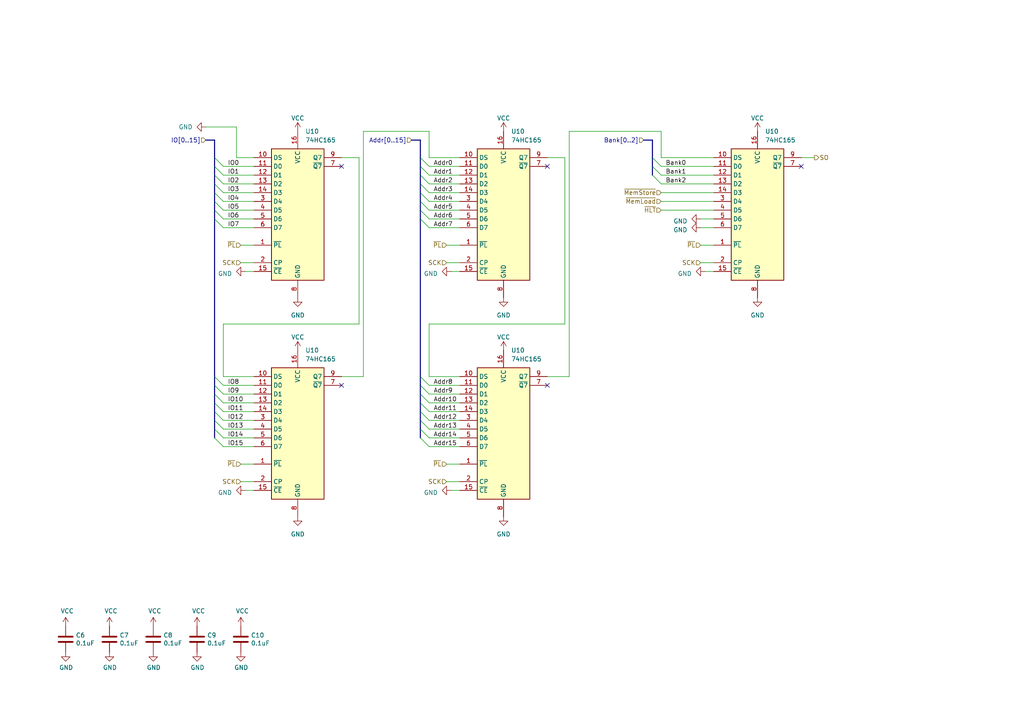
<source format=kicad_sch>
(kicad_sch (version 20230121) (generator eeschema)
  (paper "A4")
  (title_block (date "2023-11-27"))
  (lib_symbols
    (symbol "Device:C" (pin_numbers hide) (pin_names (offset 0.254))
      (property "Reference" "C" (at 0.635 2.54 0))
      (property "Value" "C" (at 0.635 -2.54 0))
      (symbol "C_0_1"
        (polyline (pts (xy -2.032 -0.762) (xy 2.032 -0.762)) (stroke (width 0.508)))
        (polyline (pts (xy -2.032 0.762) (xy 2.032 0.762)) (stroke (width 0.508)))
      )
      (symbol "C_1_1"
        (pin passive line (at 0 3.81 270) (length 2.794) (name "~") (number "1"))
        (pin passive line (at 0 -3.81 90) (length 2.794) (name "~") (number "2"))
      )
    )
    (symbol "Turtle16:74HC165"
      (symbol "74HC165_1_0"
        (pin input line (at -12.7 -10.16 0) (length 5.08) (name "~{PL}") (number "1"))
        (pin input line (at -12.7 15.24 0) (length 5.08) (name "DS") (number "10"))
        (pin input line (at -12.7 12.7 0) (length 5.08) (name "D0") (number "11"))
        (pin input line (at -12.7 10.16 0) (length 5.08) (name "D1") (number "12"))
        (pin input line (at -12.7 7.62 0) (length 5.08) (name "D2") (number "13"))
        (pin input line (at -12.7 5.08 0) (length 5.08) (name "D3") (number "14"))
        (pin input line (at -12.7 -17.78 0) (length 5.08) (name "~{CE}") (number "15"))
        (pin power_in line (at 0 22.86 270) (length 5.08) (name "VCC") (number "16"))
        (pin input line (at -12.7 -15.24 0) (length 5.08) (name "CP") (number "2"))
        (pin input line (at -12.7 2.54 0) (length 5.08) (name "D4") (number "3"))
        (pin input line (at -12.7 0 0) (length 5.08) (name "D5") (number "4"))
        (pin input line (at -12.7 -2.54 0) (length 5.08) (name "D6") (number "5"))
        (pin input line (at -12.7 -5.08 0) (length 5.08) (name "D7") (number "6"))
        (pin output line (at 12.7 12.7 180) (length 5.08) (name "~{Q7}") (number "7"))
        (pin power_in line (at 0 -25.4 90) (length 5.08) (name "GND") (number "8"))
        (pin output line (at 12.7 15.24 180) (length 5.08) (name "Q7") (number "9"))
      )
      (symbol "74HC165_1_1"
        (rectangle (start -7.62 17.78) (end 7.62 -20.32) (stroke (width 0.254)) (fill (type background)))
      )
    )
    (symbol "power:GND" (power) (pin_names (offset 0))
      (property "Value" "GND" (at 0 -3.81 0))
      (symbol "GND_0_1"
        (polyline (pts (xy 0 0) (xy 0 -1.27) (xy 1.27 -1.27) (xy 0 -2.54) (xy -1.27 -1.27) (xy 0 -1.27)))
      )
      (symbol "GND_1_1"
        (pin power_in line (at 0 0 270) (length 0) hide (name "GND") (number "1"))
      )
    )
    (symbol "power:VCC" (power) (pin_names (offset 0))
      (property "Value" "VCC" (at 0 3.81 0))
      (symbol "VCC_0_1"
        (polyline (pts (xy -0.762 1.27) (xy 0 2.54)))
        (polyline (pts (xy 0 0) (xy 0 2.54)))
        (polyline (pts (xy 0 2.54) (xy 0.762 1.27)))
      )
      (symbol "VCC_1_1"
        (pin power_in line (at 0 0 90) (length 0) hide (name "VCC") (number "1"))
      )
    )
  )
  (no_connect (at 99.06 111.76))
  (no_connect (at 158.75 111.76))
  (no_connect (at 232.41 48.26))
  (no_connect (at 158.75 48.26))
  (no_connect (at 99.06 48.26))
  (bus_entry (at 121.92 60.96) (size 2.54 2.54))
  (bus_entry (at 121.92 50.8) (size 2.54 2.54))
  (bus_entry (at 62.23 127) (size 2.54 2.54))
  (bus_entry (at 62.23 114.3) (size 2.54 2.54))
  (bus_entry (at 62.23 55.88) (size 2.54 2.54))
  (bus_entry (at 62.23 60.96) (size 2.54 2.54))
  (bus_entry (at 121.92 116.84) (size 2.54 2.54))
  (bus_entry (at 62.23 111.76) (size 2.54 2.54))
  (bus_entry (at 121.92 48.26) (size 2.54 2.54))
  (bus_entry (at 62.23 45.72) (size 2.54 2.54))
  (bus_entry (at 189.23 50.8) (size 2.54 2.54))
  (bus_entry (at 62.23 109.22) (size 2.54 2.54))
  (bus_entry (at 121.92 121.92) (size 2.54 2.54))
  (bus_entry (at 189.23 45.72) (size 2.54 2.54))
  (bus_entry (at 62.23 48.26) (size 2.54 2.54))
  (bus_entry (at 121.92 109.22) (size 2.54 2.54))
  (bus_entry (at 62.23 121.92) (size 2.54 2.54))
  (bus_entry (at 121.92 53.34) (size 2.54 2.54))
  (bus_entry (at 62.23 58.42) (size 2.54 2.54))
  (bus_entry (at 121.92 114.3) (size 2.54 2.54))
  (bus_entry (at 121.92 45.72) (size 2.54 2.54))
  (bus_entry (at 121.92 127) (size 2.54 2.54))
  (bus_entry (at 62.23 116.84) (size 2.54 2.54))
  (bus_entry (at 121.92 58.42) (size 2.54 2.54))
  (bus_entry (at 121.92 63.5) (size 2.54 2.54))
  (bus_entry (at 62.23 119.38) (size 2.54 2.54))
  (bus_entry (at 121.92 124.46) (size 2.54 2.54))
  (bus_entry (at 121.92 111.76) (size 2.54 2.54))
  (bus_entry (at 62.23 63.5) (size 2.54 2.54))
  (bus_entry (at 189.23 48.26) (size 2.54 2.54))
  (bus_entry (at 62.23 50.8) (size 2.54 2.54))
  (bus_entry (at 121.92 55.88) (size 2.54 2.54))
  (bus_entry (at 121.92 119.38) (size 2.54 2.54))
  (bus_entry (at 62.23 53.34) (size 2.54 2.54))
  (bus_entry (at 62.23 124.46) (size 2.54 2.54))
  (wire (pts (xy 203.2 66.04) (xy 207.01 66.04)))
  (wire (pts (xy 64.77 124.46) (xy 73.66 124.46)))
  (wire (pts (xy 129.54 71.12) (xy 133.35 71.12)))
  (wire (pts (xy 99.06 45.72) (xy 104.14 45.72)))
  (bus (pts (xy 121.92 119.38) (xy 121.92 121.92)))
  (wire (pts (xy 133.35 45.72) (xy 124.46 45.72)))
  (wire (pts (xy 163.83 45.72) (xy 163.83 93.98)))
  (bus (pts (xy 121.92 63.5) (xy 121.92 109.22)))
  (bus (pts (xy 121.92 109.22) (xy 121.92 111.76)))
  (wire (pts (xy 232.41 45.72) (xy 236.22 45.72)))
  (wire (pts (xy 69.85 76.2) (xy 73.66 76.2)))
  (bus (pts (xy 189.23 45.72) (xy 189.23 48.26)))
  (wire (pts (xy 64.77 129.54) (xy 73.66 129.54)))
  (bus (pts (xy 121.92 55.88) (xy 121.92 58.42)))
  (bus (pts (xy 62.23 53.34) (xy 62.23 55.88)))
  (bus (pts (xy 121.92 121.92) (xy 121.92 124.46)))
  (wire (pts (xy 124.46 124.46) (xy 133.35 124.46)))
  (bus (pts (xy 62.23 58.42) (xy 62.23 60.96)))
  (wire (pts (xy 124.46 116.84) (xy 133.35 116.84)))
  (wire (pts (xy 191.77 58.42) (xy 207.01 58.42)))
  (bus (pts (xy 186.69 40.64) (xy 189.23 40.64)))
  (bus (pts (xy 189.23 48.26) (xy 189.23 50.8)))
  (wire (pts (xy 64.77 93.98) (xy 64.77 109.22)))
  (wire (pts (xy 191.77 60.96) (xy 207.01 60.96)))
  (bus (pts (xy 62.23 63.5) (xy 62.23 109.22)))
  (bus (pts (xy 121.92 114.3) (xy 121.92 116.84)))
  (wire (pts (xy 124.46 127) (xy 133.35 127)))
  (bus (pts (xy 62.23 45.72) (xy 62.23 48.26)))
  (wire (pts (xy 191.77 48.26) (xy 207.01 48.26)))
  (wire (pts (xy 124.46 55.88) (xy 133.35 55.88)))
  (bus (pts (xy 62.23 116.84) (xy 62.23 119.38)))
  (wire (pts (xy 203.2 63.5) (xy 207.01 63.5)))
  (wire (pts (xy 191.77 50.8) (xy 207.01 50.8)))
  (wire (pts (xy 124.46 121.92) (xy 133.35 121.92)))
  (wire (pts (xy 64.77 111.76) (xy 73.66 111.76)))
  (bus (pts (xy 121.92 116.84) (xy 121.92 119.38)))
  (wire (pts (xy 163.83 93.98) (xy 124.46 93.98)))
  (bus (pts (xy 62.23 114.3) (xy 62.23 116.84)))
  (wire (pts (xy 64.77 58.42) (xy 73.66 58.42)))
  (wire (pts (xy 191.77 38.1) (xy 191.77 45.72)))
  (wire (pts (xy 129.54 134.62) (xy 133.35 134.62)))
  (wire (pts (xy 104.14 45.72) (xy 104.14 93.98)))
  (wire (pts (xy 129.54 139.7) (xy 133.35 139.7)))
  (wire (pts (xy 124.46 60.96) (xy 133.35 60.96)))
  (wire (pts (xy 64.77 63.5) (xy 73.66 63.5)))
  (bus (pts (xy 59.69 40.64) (xy 62.23 40.64)))
  (wire (pts (xy 64.77 60.96) (xy 73.66 60.96)))
  (wire (pts (xy 64.77 53.34) (xy 73.66 53.34)))
  (bus (pts (xy 121.92 45.72) (xy 121.92 48.26)))
  (wire (pts (xy 124.46 66.04) (xy 133.35 66.04)))
  (wire (pts (xy 130.81 142.24) (xy 133.35 142.24)))
  (wire (pts (xy 71.12 78.74) (xy 73.66 78.74)))
  (wire (pts (xy 203.2 71.12) (xy 207.01 71.12)))
  (wire (pts (xy 124.46 53.34) (xy 133.35 53.34)))
  (wire (pts (xy 124.46 50.8) (xy 133.35 50.8)))
  (bus (pts (xy 121.92 50.8) (xy 121.92 53.34)))
  (wire (pts (xy 130.81 78.74) (xy 133.35 78.74)))
  (wire (pts (xy 165.1 38.1) (xy 191.77 38.1)))
  (bus (pts (xy 121.92 58.42) (xy 121.92 60.96)))
  (wire (pts (xy 191.77 45.72) (xy 207.01 45.72)))
  (wire (pts (xy 64.77 114.3) (xy 73.66 114.3)))
  (wire (pts (xy 124.46 93.98) (xy 124.46 109.22)))
  (bus (pts (xy 189.23 40.64) (xy 189.23 45.72)))
  (bus (pts (xy 62.23 121.92) (xy 62.23 124.46)))
  (wire (pts (xy 71.12 142.24) (xy 73.66 142.24)))
  (wire (pts (xy 203.2 76.2) (xy 207.01 76.2)))
  (bus (pts (xy 121.92 53.34) (xy 121.92 55.88)))
  (wire (pts (xy 64.77 116.84) (xy 73.66 116.84)))
  (wire (pts (xy 129.54 76.2) (xy 133.35 76.2)))
  (bus (pts (xy 62.23 109.22) (xy 62.23 111.76)))
  (bus (pts (xy 62.23 48.26) (xy 62.23 50.8)))
  (wire (pts (xy 69.85 139.7) (xy 73.66 139.7)))
  (wire (pts (xy 158.75 45.72) (xy 163.83 45.72)))
  (bus (pts (xy 62.23 111.76) (xy 62.23 114.3)))
  (wire (pts (xy 64.77 121.92) (xy 73.66 121.92)))
  (wire (pts (xy 124.46 119.38) (xy 133.35 119.38)))
  (wire (pts (xy 124.46 109.22) (xy 133.35 109.22)))
  (wire (pts (xy 191.77 53.34) (xy 207.01 53.34)))
  (wire (pts (xy 124.46 111.76) (xy 133.35 111.76)))
  (wire (pts (xy 204.47 78.74) (xy 207.01 78.74)))
  (wire (pts (xy 124.46 114.3) (xy 133.35 114.3)))
  (wire (pts (xy 69.85 134.62) (xy 73.66 134.62)))
  (wire (pts (xy 64.77 127) (xy 73.66 127)))
  (bus (pts (xy 62.23 55.88) (xy 62.23 58.42)))
  (wire (pts (xy 68.58 36.83) (xy 68.58 45.72)))
  (wire (pts (xy 191.77 55.88) (xy 207.01 55.88)))
  (wire (pts (xy 124.46 48.26) (xy 133.35 48.26)))
  (wire (pts (xy 64.77 48.26) (xy 73.66 48.26)))
  (bus (pts (xy 121.92 111.76) (xy 121.92 114.3)))
  (wire (pts (xy 64.77 109.22) (xy 73.66 109.22)))
  (bus (pts (xy 121.92 48.26) (xy 121.92 50.8)))
  (bus (pts (xy 62.23 40.64) (xy 62.23 45.72)))
  (wire (pts (xy 158.75 109.22) (xy 165.1 109.22)))
  (wire (pts (xy 69.85 71.12) (xy 73.66 71.12)))
  (wire (pts (xy 165.1 109.22) (xy 165.1 38.1)))
  (wire (pts (xy 124.46 45.72) (xy 124.46 38.1)))
  (wire (pts (xy 64.77 55.88) (xy 73.66 55.88)))
  (wire (pts (xy 59.69 36.83) (xy 68.58 36.83)))
  (wire (pts (xy 105.41 38.1) (xy 105.41 109.22)))
  (bus (pts (xy 62.23 119.38) (xy 62.23 121.92)))
  (bus (pts (xy 62.23 50.8) (xy 62.23 53.34)))
  (wire (pts (xy 124.46 63.5) (xy 133.35 63.5)))
  (wire (pts (xy 124.46 129.54) (xy 133.35 129.54)))
  (bus (pts (xy 121.92 124.46) (xy 121.92 127)))
  (wire (pts (xy 104.14 93.98) (xy 64.77 93.98)))
  (wire (pts (xy 124.46 58.42) (xy 133.35 58.42)))
  (bus (pts (xy 62.23 60.96) (xy 62.23 63.5)))
  (wire (pts (xy 124.46 38.1) (xy 105.41 38.1)))
  (bus (pts (xy 121.92 40.64) (xy 121.92 45.72)))
  (bus (pts (xy 62.23 124.46) (xy 62.23 127)))
  (wire (pts (xy 64.77 119.38) (xy 73.66 119.38)))
  (bus (pts (xy 121.92 60.96) (xy 121.92 63.5)))
  (wire (pts (xy 64.77 50.8) (xy 73.66 50.8)))
  (wire (pts (xy 64.77 66.04) (xy 73.66 66.04)))
  (bus (pts (xy 119.38 40.64) (xy 121.92 40.64)))
  (wire (pts (xy 68.58 45.72) (xy 73.66 45.72)))
  (wire (pts (xy 105.41 109.22) (xy 99.06 109.22)))
  (label "IO10" (at 66.04 116.84 0))
  (label "IO9" (at 66.04 114.3 0))
  (label "IO13" (at 66.04 124.46 0))
  (label "IO14" (at 66.04 127 0))
  (label "IO11" (at 66.04 119.38 0))
  (label "Addr13" (at 125.73 124.46 0))
  (label "Addr1" (at 125.73 50.8 0))
  (label "IO5" (at 66.04 60.96 0))
  (label "Addr12" (at 125.73 121.92 0))
  (label "Addr11" (at 125.73 119.38 0))
  (label "Addr6" (at 125.73 63.5 0))
  (label "IO7" (at 66.04 66.04 0))
  (label "IO8" (at 66.04 111.76 0))
  (label "Bank0" (at 193.04 48.26 0))
  (label "IO0" (at 66.04 48.26 0))
  (label "IO1" (at 66.04 50.8 0))
  (label "Addr14" (at 125.73 127 0))
  (label "IO12" (at 66.04 121.92 0))
  (label "Addr8" (at 125.73 111.76 0))
  (label "Addr10" (at 125.73 116.84 0))
  (label "IO6" (at 66.04 63.5 0))
  (label "Addr15" (at 125.73 129.54 0))
  (label "Addr5" (at 125.73 60.96 0))
  (label "IO4" (at 66.04 58.42 0))
  (label "Bank1" (at 193.04 50.8 0))
  (label "Addr9" (at 125.73 114.3 0))
  (label "IO3" (at 66.04 55.88 0))
  (label "Addr3" (at 125.73 55.88 0))
  (label "Bank2" (at 193.04 53.34 0))
  (label "IO15" (at 66.04 129.54 0))
  (label "Addr0" (at 125.73 48.26 0))
  (label "Addr7" (at 125.73 66.04 0))
  (label "IO2" (at 66.04 53.34 0))
  (label "Addr2" (at 125.73 53.34 0))
  (label "Addr4" (at 125.73 58.42 0))
  (hierarchical_label "~{HLT}" (shape input) (at 191.77 60.96 180))
  (hierarchical_label "~{PL}" (shape input) (at 203.2 71.12 180))
  (hierarchical_label "~{MemLoad}" (shape input) (at 191.77 58.42 180))
  (hierarchical_label "Addr[0..15]" (shape input) (at 119.38 40.64 180))
  (hierarchical_label "SCK" (shape input) (at 69.85 139.7 180))
  (hierarchical_label "~{PL}" (shape input) (at 129.54 134.62 180))
  (hierarchical_label "SCK" (shape input) (at 129.54 76.2 180))
  (hierarchical_label "~{PL}" (shape input) (at 129.54 71.12 180))
  (hierarchical_label "SCK" (shape input) (at 203.2 76.2 180))
  (hierarchical_label "~{PL}" (shape input) (at 69.85 71.12 180))
  (hierarchical_label "SO" (shape output) (at 236.22 45.72 0))
  (hierarchical_label "~{MemStore}" (shape input) (at 191.77 55.88 180))
  (hierarchical_label "SCK" (shape input) (at 69.85 76.2 180))
  (hierarchical_label "~{PL}" (shape input) (at 69.85 134.62 180))
  (hierarchical_label "Bank[0..2]" (shape input) (at 186.69 40.64 180))
  (hierarchical_label "SCK" (shape input) (at 129.54 139.7 180))
  (hierarchical_label "IO[0..15]" (shape input) (at 59.69 40.64 180))
  (symbol (lib_id "power:VCC") (at 31.75 181.61 0) (unit 1)
    (property "Reference" "#PWR053" (effects hide))
    (property "Value" "VCC" (at 32.1818 177.2158 0))
    (instances (project "ProcessorBoardTestFixture" (path "" (reference "#PWR053") (unit 1))) (project "Memory" (path "" (reference "#PWR0381") (unit 1))))
  )
  (symbol (lib_id "power:GND") (at 203.2 66.04 270) (unit 1)
    (property "Reference" "#PWR075" (effects hide))
    (property "Value" "GND" (at 199.39 66.675 90) (effects (justify right)))
  )
  (symbol (lib_id "power:GND") (at 59.69 36.83 270) (unit 1)
    (property "Reference" "#PWR059" (effects hide))
    (property "Value" "GND" (at 55.88 36.83 90) (effects (justify right)))
  )
  (symbol (lib_id "Device:C") (at 57.15 185.42 0) (unit 1)
    (property "Reference" "C9" (at 60.071 184.2516 0) (effects (justify left)))
    (property "Value" "0.1uF" (at 60.071 186.563 0) (effects (justify left)))
    (property "Footprint" "Capacitor_SMD:C_0603_1608Metric" (effects hide))
    (property "Datasheet" "https://www.mouser.com/datasheet/2/396/taiyo_yuden_12132018_mlcc11_hq_e-1510082.pdf" (effects hide))
    (property "Manufacturer" "Taiyo Yuden" (effects hide))
    (property "Manufacturer#" "EMK107B7104KAHT" (effects hide))
    (property "Mouser#" "963-EMK107B7104KAHT" (effects hide))
    (property "Digikey#" "587-6004-1-ND" (effects hide))
    (instances (project "ProcessorBoardTestFixture" (path "" (reference "C9") (unit 1))) (project "Memory" (path "" (reference "C65") (unit 1))))
  )
  (symbol (lib_id "power:GND") (at 71.12 78.74 270) (unit 1)
    (property "Reference" "#PWR062" (effects hide))
    (property "Value" "GND" (at 67.31 79.375 90) (effects (justify right)))
  )
  (symbol (lib_id "power:GND") (at 31.75 189.23 0) (unit 1)
    (property "Reference" "#PWR054" (effects hide))
    (property "Value" "GND" (at 31.877 193.6242 0))
    (instances (project "ProcessorBoardTestFixture" (path "" (reference "#PWR054") (unit 1))) (project "Memory" (path "" (reference "#PWR0382") (unit 1))))
  )
  (symbol (lib_id "power:GND") (at 44.45 189.23 0) (unit 1)
    (property "Reference" "#PWR056" (effects hide))
    (property "Value" "GND" (at 44.577 193.6242 0))
    (instances (project "ProcessorBoardTestFixture" (path "" (reference "#PWR056") (unit 1))) (project "Memory" (path "" (reference "#PWR0382") (unit 1))))
  )
  (symbol (lib_id "Device:C") (at 44.45 185.42 0) (unit 1)
    (property "Reference" "C8" (at 47.371 184.2516 0) (effects (justify left)))
    (property "Value" "0.1uF" (at 47.371 186.563 0) (effects (justify left)))
    (property "Footprint" "Capacitor_SMD:C_0603_1608Metric" (effects hide))
    (property "Datasheet" "https://www.mouser.com/datasheet/2/396/taiyo_yuden_12132018_mlcc11_hq_e-1510082.pdf" (effects hide))
    (property "Manufacturer" "Taiyo Yuden" (effects hide))
    (property "Manufacturer#" "EMK107B7104KAHT" (effects hide))
    (property "Mouser#" "963-EMK107B7104KAHT" (effects hide))
    (property "Digikey#" "587-6004-1-ND" (effects hide))
    (instances (project "ProcessorBoardTestFixture" (path "" (reference "C8") (unit 1))) (project "Memory" (path "" (reference "C65") (unit 1))))
  )
  (symbol (lib_id "power:GND") (at 146.05 149.86 0) (unit 1)
    (property "Reference" "#PWR073" (effects hide))
    (property "Value" "GND" (at 146.05 154.94 0))
  )
  (symbol (lib_id "Turtle16:74HC165") (at 146.05 124.46 0) (unit 1)
    (property "Reference" "U10" (at 148.2441 101.6 0) (effects (justify left)))
    (property "Value" "74HC165" (at 148.2441 104.14 0) (effects (justify left)))
    (property "Footprint" "Package_SO:TSSOP-16_4.4x5mm_P0.65mm" (effects hide))
    (property "Datasheet" "https://www.mouser.com/datasheet/2/916/74HC_HCT165_Q100-2937323.pdf" (effects hide))
    (property "Manufacturer" "Nexperia" (effects hide))
    (property "Manufacturer#" "74HC165PW-Q100,118" (effects hide))
    (property "Mouser#" "771-74HC165PWQ100118" (effects hide))
    (property "Digikey#" "1727-8390-1-ND" (effects hide))
    (instances (project "ProcessorBoardTestFixture" (path "" (reference "U10") (unit 1)) (path "" (reference "U8") (unit 1))))
  )
  (symbol (lib_id "power:GND") (at 130.81 142.24 270) (unit 1)
    (property "Reference" "#PWR069" (effects hide))
    (property "Value" "GND" (at 127 142.875 90) (effects (justify right)))
  )
  (symbol (lib_id "power:GND") (at 71.12 142.24 270) (unit 1)
    (property "Reference" "#PWR063" (effects hide))
    (property "Value" "GND" (at 67.31 142.875 90) (effects (justify right)))
  )
  (symbol (lib_id "Turtle16:74HC165") (at 146.05 60.96 0) (unit 1)
    (property "Reference" "U10" (at 148.2441 38.1 0) (effects (justify left)))
    (property "Value" "74HC165" (at 148.2441 40.64 0) (effects (justify left)))
    (property "Footprint" "Package_SO:TSSOP-16_4.4x5mm_P0.65mm" (effects hide))
    (property "Datasheet" "https://www.mouser.com/datasheet/2/916/74HC_HCT165_Q100-2937323.pdf" (effects hide))
    (property "Manufacturer" "Nexperia" (effects hide))
    (property "Manufacturer#" "74HC165PW-Q100,118" (effects hide))
    (property "Mouser#" "771-74HC165PWQ100118" (effects hide))
    (property "Digikey#" "1727-8390-1-ND" (effects hide))
    (instances (project "ProcessorBoardTestFixture" (path "" (reference "U10") (unit 1)) (path "" (reference "U7") (unit 1))))
  )
  (symbol (lib_id "power:GND") (at 86.36 149.86 0) (unit 1)
    (property "Reference" "#PWR067" (effects hide))
    (property "Value" "GND" (at 86.36 154.94 0))
  )
  (symbol (lib_id "power:VCC") (at 57.15 181.61 0) (unit 1)
    (property "Reference" "#PWR057" (effects hide))
    (property "Value" "VCC" (at 57.5818 177.2158 0))
    (instances (project "ProcessorBoardTestFixture" (path "" (reference "#PWR057") (unit 1))) (project "Memory" (path "" (reference "#PWR0381") (unit 1))))
  )
  (symbol (lib_id "power:VCC") (at 86.36 38.1 0) (unit 1)
    (property "Reference" "#PWR064" (effects hide))
    (property "Value" "VCC" (at 86.36 34.29 0))
  )
  (symbol (lib_id "power:VCC") (at 19.05 181.61 0) (unit 1)
    (property "Reference" "#PWR051" (effects hide))
    (property "Value" "VCC" (at 19.4818 177.2158 0))
    (instances (project "ProcessorBoardTestFixture" (path "" (reference "#PWR051") (unit 1))) (project "Memory" (path "" (reference "#PWR0381") (unit 1))))
  )
  (symbol (lib_id "power:VCC") (at 69.85 181.61 0) (unit 1)
    (property "Reference" "#PWR060" (effects hide))
    (property "Value" "VCC" (at 70.2818 177.2158 0))
    (instances (project "ProcessorBoardTestFixture" (path "" (reference "#PWR060") (unit 1))) (project "Memory" (path "" (reference "#PWR0381") (unit 1))))
  )
  (symbol (lib_id "Device:C") (at 31.75 185.42 0) (unit 1)
    (property "Reference" "C7" (at 34.671 184.2516 0) (effects (justify left)))
    (property "Value" "0.1uF" (at 34.671 186.563 0) (effects (justify left)))
    (property "Footprint" "Capacitor_SMD:C_0603_1608Metric" (effects hide))
    (property "Datasheet" "https://www.mouser.com/datasheet/2/396/taiyo_yuden_12132018_mlcc11_hq_e-1510082.pdf" (effects hide))
    (property "Manufacturer" "Taiyo Yuden" (effects hide))
    (property "Manufacturer#" "EMK107B7104KAHT" (effects hide))
    (property "Mouser#" "963-EMK107B7104KAHT" (effects hide))
    (property "Digikey#" "587-6004-1-ND" (effects hide))
    (instances (project "ProcessorBoardTestFixture" (path "" (reference "C7") (unit 1))) (project "Memory" (path "" (reference "C65") (unit 1))))
  )
  (symbol (lib_id "Device:C") (at 69.85 185.42 0) (unit 1)
    (property "Reference" "C10" (at 72.771 184.2516 0) (effects (justify left)))
    (property "Value" "0.1uF" (at 72.771 186.563 0) (effects (justify left)))
    (property "Footprint" "Capacitor_SMD:C_0603_1608Metric" (effects hide))
    (property "Datasheet" "https://www.mouser.com/datasheet/2/396/taiyo_yuden_12132018_mlcc11_hq_e-1510082.pdf" (effects hide))
    (property "Manufacturer" "Taiyo Yuden" (effects hide))
    (property "Manufacturer#" "EMK107B7104KAHT" (effects hide))
    (property "Mouser#" "963-EMK107B7104KAHT" (effects hide))
    (property "Digikey#" "587-6004-1-ND" (effects hide))
    (instances (project "ProcessorBoardTestFixture" (path "" (reference "C10") (unit 1))) (project "Memory" (path "" (reference "C65") (unit 1))))
  )
  (symbol (lib_id "power:VCC") (at 86.36 101.6 0) (unit 1)
    (property "Reference" "#PWR066" (effects hide))
    (property "Value" "VCC" (at 86.36 97.79 0))
  )
  (symbol (lib_id "power:GND") (at 19.05 189.23 0) (unit 1)
    (property "Reference" "#PWR052" (effects hide))
    (property "Value" "GND" (at 19.177 193.6242 0))
    (instances (project "ProcessorBoardTestFixture" (path "" (reference "#PWR052") (unit 1))) (project "Memory" (path "" (reference "#PWR0382") (unit 1))))
  )
  (symbol (lib_id "power:GND") (at 203.2 63.5 270) (unit 1)
    (property "Reference" "#PWR074" (effects hide))
    (property "Value" "GND" (at 199.39 64.135 90) (effects (justify right)))
  )
  (symbol (lib_id "power:GND") (at 69.85 189.23 0) (unit 1)
    (property "Reference" "#PWR061" (effects hide))
    (property "Value" "GND" (at 69.977 193.6242 0))
    (instances (project "ProcessorBoardTestFixture" (path "" (reference "#PWR061") (unit 1))) (project "Memory" (path "" (reference "#PWR0382") (unit 1))))
  )
  (symbol (lib_id "power:GND") (at 219.71 86.36 0) (unit 1)
    (property "Reference" "#PWR078" (effects hide))
    (property "Value" "GND" (at 219.71 91.44 0))
  )
  (symbol (lib_id "Turtle16:74HC165") (at 86.36 60.96 0) (unit 1)
    (property "Reference" "U10" (at 88.5541 38.1 0) (effects (justify left)))
    (property "Value" "74HC165" (at 88.5541 40.64 0) (effects (justify left)))
    (property "Footprint" "Package_SO:TSSOP-16_4.4x5mm_P0.65mm" (effects hide))
    (property "Datasheet" "https://www.mouser.com/datasheet/2/916/74HC_HCT165_Q100-2937323.pdf" (effects hide))
    (property "Manufacturer" "Nexperia" (effects hide))
    (property "Manufacturer#" "74HC165PW-Q100,118" (effects hide))
    (property "Mouser#" "771-74HC165PWQ100118" (effects hide))
    (property "Digikey#" "1727-8390-1-ND" (effects hide))
    (instances (project "ProcessorBoardTestFixture" (path "" (reference "U10") (unit 1)) (path "" (reference "U5") (unit 1))))
  )
  (symbol (lib_id "Turtle16:74HC165") (at 86.36 124.46 0) (unit 1)
    (property "Reference" "U10" (at 88.5541 101.6 0) (effects (justify left)))
    (property "Value" "74HC165" (at 88.5541 104.14 0) (effects (justify left)))
    (property "Footprint" "Package_SO:TSSOP-16_4.4x5mm_P0.65mm" (effects hide))
    (property "Datasheet" "https://www.mouser.com/datasheet/2/916/74HC_HCT165_Q100-2937323.pdf" (effects hide))
    (property "Manufacturer" "Nexperia" (effects hide))
    (property "Manufacturer#" "74HC165PW-Q100,118" (effects hide))
    (property "Mouser#" "771-74HC165PWQ100118" (effects hide))
    (property "Digikey#" "1727-8390-1-ND" (effects hide))
    (instances (project "ProcessorBoardTestFixture" (path "" (reference "U10") (unit 1)) (path "" (reference "U6") (unit 1))))
  )
  (symbol (lib_id "Device:C") (at 19.05 185.42 0) (unit 1)
    (property "Reference" "C6" (at 21.971 184.2516 0) (effects (justify left)))
    (property "Value" "0.1uF" (at 21.971 186.563 0) (effects (justify left)))
    (property "Footprint" "Capacitor_SMD:C_0603_1608Metric" (effects hide))
    (property "Datasheet" "https://www.mouser.com/datasheet/2/396/taiyo_yuden_12132018_mlcc11_hq_e-1510082.pdf" (effects hide))
    (property "Manufacturer" "Taiyo Yuden" (effects hide))
    (property "Manufacturer#" "EMK107B7104KAHT" (effects hide))
    (property "Mouser#" "963-EMK107B7104KAHT" (effects hide))
    (property "Digikey#" "587-6004-1-ND" (effects hide))
    (instances (project "ProcessorBoardTestFixture" (path "" (reference "C6") (unit 1))) (project "Memory" (path "" (reference "C65") (unit 1))))
  )
  (symbol (lib_id "power:VCC") (at 146.05 38.1 0) (unit 1)
    (property "Reference" "#PWR070" (effects hide))
    (property "Value" "VCC" (at 146.05 34.29 0))
  )
  (symbol (lib_id "power:GND") (at 130.81 78.74 270) (unit 1)
    (property "Reference" "#PWR068" (effects hide))
    (property "Value" "GND" (at 127 79.375 90) (effects (justify right)))
  )
  (symbol (lib_id "power:VCC") (at 219.71 38.1 0) (unit 1)
    (property "Reference" "#PWR077" (effects hide))
    (property "Value" "VCC" (at 219.71 34.29 0))
  )
  (symbol (lib_id "power:VCC") (at 44.45 181.61 0) (unit 1)
    (property "Reference" "#PWR055" (effects hide))
    (property "Value" "VCC" (at 44.8818 177.2158 0))
    (instances (project "ProcessorBoardTestFixture" (path "" (reference "#PWR055") (unit 1))) (project "Memory" (path "" (reference "#PWR0381") (unit 1))))
  )
  (symbol (lib_id "power:GND") (at 146.05 86.36 0) (unit 1)
    (property "Reference" "#PWR071" (effects hide))
    (property "Value" "GND" (at 146.05 91.44 0))
  )
  (symbol (lib_id "power:VCC") (at 146.05 101.6 0) (unit 1)
    (property "Reference" "#PWR072" (effects hide))
    (property "Value" "VCC" (at 146.05 97.79 0))
  )
  (symbol (lib_id "power:GND") (at 204.47 78.74 270) (unit 1)
    (property "Reference" "#PWR076" (effects hide))
    (property "Value" "GND" (at 200.66 79.375 90) (effects (justify right)))
  )
  (symbol (lib_id "Turtle16:74HC165") (at 219.71 60.96 0) (unit 1)
    (property "Reference" "U10" (at 221.9041 38.1 0) (effects (justify left)))
    (property "Value" "74HC165" (at 221.9041 40.64 0) (effects (justify left)))
    (property "Footprint" "Package_SO:TSSOP-16_4.4x5mm_P0.65mm" (effects hide))
    (property "Datasheet" "https://www.mouser.com/datasheet/2/916/74HC_HCT165_Q100-2937323.pdf" (effects hide))
    (property "Manufacturer" "Nexperia" (effects hide))
    (property "Manufacturer#" "74HC165PW-Q100,118" (effects hide))
    (property "Mouser#" "771-74HC165PWQ100118" (effects hide))
    (property "Digikey#" "1727-8390-1-ND" (effects hide))
    (instances (project "ProcessorBoardTestFixture" (path "" (reference "U10") (unit 1)) (path "" (reference "U9") (unit 1))))
  )
  (symbol (lib_id "power:GND") (at 57.15 189.23 0) (unit 1)
    (property "Reference" "#PWR058" (effects hide))
    (property "Value" "GND" (at 57.277 193.6242 0))
    (instances (project "ProcessorBoardTestFixture" (path "" (reference "#PWR058") (unit 1))) (project "Memory" (path "" (reference "#PWR0382") (unit 1))))
  )
  (symbol (lib_id "power:GND") (at 86.36 86.36 0) (unit 1)
    (property "Reference" "#PWR065" (effects hide))
    (property "Value" "GND" (at 86.36 91.44 0))
  )
)
</source>
